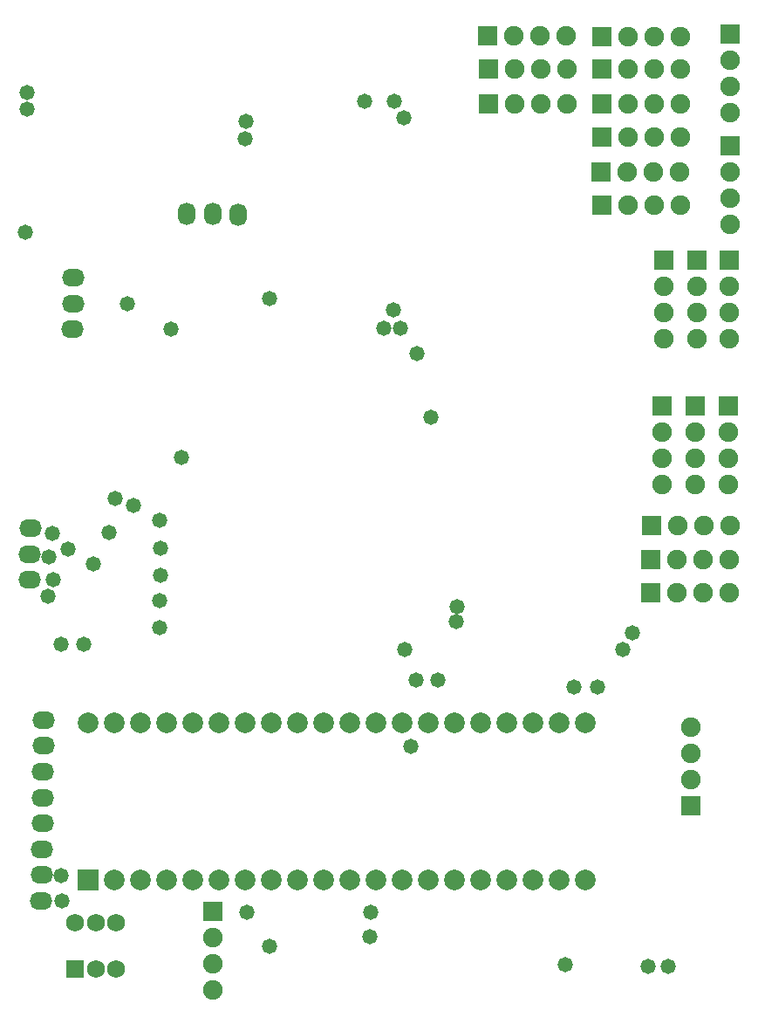
<source format=gbs>
G04*
G04 #@! TF.GenerationSoftware,Altium Limited,Altium Designer,23.5.1 (21)*
G04*
G04 Layer_Color=16711935*
%FSLAX44Y44*%
%MOMM*%
G71*
G04*
G04 #@! TF.SameCoordinates,5C111197-4597-48D1-979B-7C2AAD06A796*
G04*
G04*
G04 #@! TF.FilePolarity,Negative*
G04*
G01*
G75*
%ADD50C,1.9032*%
%ADD51R,1.9032X1.9032*%
%ADD52R,1.9032X1.9032*%
%ADD53C,2.0032*%
%ADD54R,2.0032X2.0032*%
%ADD55R,1.7272X1.7272*%
%ADD56C,1.7272*%
%ADD57C,1.4732*%
%ADD101O,2.2032X1.7032*%
%ADD102O,1.7032X2.2032*%
D50*
X1581600Y1500000D02*
D03*
X1556200D02*
D03*
X1530800D02*
D03*
X1591650Y993652D02*
D03*
Y968252D02*
D03*
Y942852D02*
D03*
X1629250Y1124000D02*
D03*
X1603850D02*
D03*
X1578450D02*
D03*
X1629100Y1156250D02*
D03*
X1603700D02*
D03*
X1578300D02*
D03*
X1629750Y1189250D02*
D03*
X1604350D02*
D03*
X1578950D02*
D03*
X1564000Y1228650D02*
D03*
Y1254050D02*
D03*
Y1279450D02*
D03*
X1595750Y1228550D02*
D03*
Y1253950D02*
D03*
Y1279350D02*
D03*
X1628000Y1228800D02*
D03*
Y1254200D02*
D03*
Y1279600D02*
D03*
X1565250Y1370100D02*
D03*
Y1395500D02*
D03*
Y1420900D02*
D03*
X1597750Y1369850D02*
D03*
Y1395250D02*
D03*
Y1420650D02*
D03*
X1580800Y1532000D02*
D03*
X1555400D02*
D03*
X1530000D02*
D03*
X1581150Y1565500D02*
D03*
X1555750D02*
D03*
X1530350D02*
D03*
X1629500Y1480700D02*
D03*
Y1506100D02*
D03*
Y1531500D02*
D03*
X1628750Y1370300D02*
D03*
Y1395700D02*
D03*
Y1421100D02*
D03*
X1629750Y1589700D02*
D03*
Y1615100D02*
D03*
Y1640500D02*
D03*
X1581300Y1597750D02*
D03*
X1555900D02*
D03*
X1530500D02*
D03*
X1471600Y1598000D02*
D03*
X1446200D02*
D03*
X1420800D02*
D03*
X1471300Y1631500D02*
D03*
X1445900D02*
D03*
X1420500D02*
D03*
X1581650Y1631250D02*
D03*
X1556250D02*
D03*
X1530850D02*
D03*
X1581350Y1663250D02*
D03*
X1555950D02*
D03*
X1530550D02*
D03*
X1419850Y1664250D02*
D03*
X1445250D02*
D03*
X1470650D02*
D03*
X1128000Y789400D02*
D03*
Y764000D02*
D03*
Y738600D02*
D03*
D51*
X1505400Y1500000D02*
D03*
X1553050Y1124000D02*
D03*
X1552900Y1156250D02*
D03*
X1553550Y1189250D02*
D03*
X1504600Y1532000D02*
D03*
X1504950Y1565500D02*
D03*
X1505100Y1597750D02*
D03*
X1395400Y1598000D02*
D03*
X1395100Y1631500D02*
D03*
X1505450Y1631250D02*
D03*
X1505150Y1663250D02*
D03*
X1394450Y1664250D02*
D03*
D52*
X1591650Y917452D02*
D03*
X1564000Y1304850D02*
D03*
X1595750Y1304750D02*
D03*
X1628000Y1305000D02*
D03*
X1565250Y1446300D02*
D03*
X1597750Y1446050D02*
D03*
X1629500Y1556900D02*
D03*
X1628750Y1446500D02*
D03*
X1629750Y1665900D02*
D03*
X1128000Y814800D02*
D03*
D53*
X1108400Y997400D02*
D03*
X1133800D02*
D03*
X1159200D02*
D03*
X1184600D02*
D03*
X1286200D02*
D03*
X1260800D02*
D03*
X1235400D02*
D03*
X1210000D02*
D03*
X1489400D02*
D03*
X1464000D02*
D03*
X1438600D02*
D03*
X1413200D02*
D03*
X1311600D02*
D03*
X1337000D02*
D03*
X1362400D02*
D03*
X1387800D02*
D03*
X1083000D02*
D03*
X1057600D02*
D03*
X1006800D02*
D03*
X1032200D02*
D03*
X1489400Y845000D02*
D03*
X1362400D02*
D03*
X1387800D02*
D03*
X1337000D02*
D03*
X1260800D02*
D03*
X1286200D02*
D03*
X1235400D02*
D03*
X1032200D02*
D03*
X1057600D02*
D03*
X1083000D02*
D03*
X1108400D02*
D03*
X1133800D02*
D03*
X1159200D02*
D03*
X1184600D02*
D03*
X1210000D02*
D03*
X1311600D02*
D03*
X1438600D02*
D03*
X1413200D02*
D03*
X1464000D02*
D03*
D54*
X1006800D02*
D03*
D55*
X994001Y758499D02*
D03*
D56*
X1014000D02*
D03*
X1034000D02*
D03*
Y803501D02*
D03*
X1014000D02*
D03*
X994001D02*
D03*
D57*
X1570000Y761250D02*
D03*
X1550250Y761500D02*
D03*
X1050250Y1208500D02*
D03*
X1033250Y1214750D02*
D03*
X1026750Y1181750D02*
D03*
X1182500Y780500D02*
D03*
X1161139Y814000D02*
D03*
X1012000Y1152000D02*
D03*
X1076000Y1090000D02*
D03*
X972000Y1181500D02*
D03*
X968250Y1158250D02*
D03*
X1280000Y790000D02*
D03*
X1281000Y814000D02*
D03*
X968081Y1119919D02*
D03*
X1097617Y1254924D02*
D03*
X1346000Y1039000D02*
D03*
X1325000D02*
D03*
X981000Y825000D02*
D03*
X1077000Y1167000D02*
D03*
X1002000Y1074000D02*
D03*
X980000D02*
D03*
X1076000Y1116000D02*
D03*
Y1194000D02*
D03*
X1077000Y1141000D02*
D03*
X1320000Y975000D02*
D03*
X1314000Y1069000D02*
D03*
X987000Y1166000D02*
D03*
X980000Y849000D02*
D03*
X973000Y1136000D02*
D03*
X1470000Y763000D02*
D03*
X1304000Y1600000D02*
D03*
X1313000Y1584000D02*
D03*
X1339000Y1294000D02*
D03*
X1535000Y1085000D02*
D03*
X1526000Y1069000D02*
D03*
X1326000Y1356000D02*
D03*
X1303000Y1398000D02*
D03*
X1364000Y1096000D02*
D03*
X1365000Y1110000D02*
D03*
X1159000Y1564000D02*
D03*
X1160000Y1581000D02*
D03*
X1183000Y1409000D02*
D03*
X1478000Y1032000D02*
D03*
X1501000D02*
D03*
X1310000Y1380000D02*
D03*
X1294000D02*
D03*
X1087000Y1379000D02*
D03*
X1275000Y1600000D02*
D03*
X1045000Y1404000D02*
D03*
X946000Y1473000D02*
D03*
X947000Y1609000D02*
D03*
Y1593000D02*
D03*
D101*
X963752Y1000312D02*
D03*
X963467Y975338D02*
D03*
X963005Y950159D02*
D03*
X962643Y925082D02*
D03*
X962233Y900006D02*
D03*
X961820Y874907D02*
D03*
X961191Y825000D02*
D03*
X961500Y850000D02*
D03*
X950000Y1136000D02*
D03*
X950629Y1185907D02*
D03*
X950320Y1160907D02*
D03*
X992000Y1404000D02*
D03*
X991690Y1379000D02*
D03*
X992319Y1428907D02*
D03*
D102*
X1127448Y1490965D02*
D03*
X1152448Y1490655D02*
D03*
X1102541Y1491284D02*
D03*
M02*

</source>
